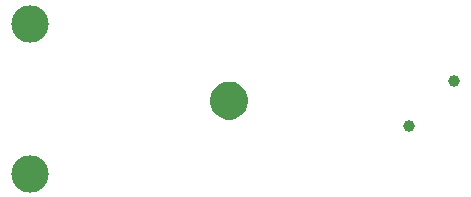
<source format=gbr>
%TF.GenerationSoftware,Altium Limited,Altium Designer,20.0.11 (256)*%
G04 Layer_Color=0*
%FSLAX26Y26*%
%MOIN*%
%TF.FileFunction,NonPlated,1,2,NPTH,Drill*%
%TF.Part,Single*%
G01*
G75*
%TA.AperFunction,ComponentDrill*%
%ADD43C,0.039370*%
%ADD44C,0.125000*%
G36*
X712508Y418007D02*
Y411803D01*
X714929Y399633D01*
X719677Y388169D01*
X726571Y377852D01*
X735345Y369078D01*
X745662Y362184D01*
X757126Y357436D01*
X769296Y355015D01*
X775500D01*
X781704D01*
X793874Y357436D01*
X805338Y362184D01*
X815655Y369078D01*
X824429Y377852D01*
X831323Y388169D01*
X836071Y399633D01*
X838492Y411803D01*
Y418007D01*
Y424211D01*
X836071Y436381D01*
X831323Y447845D01*
X824429Y458162D01*
X815655Y466936D01*
X805338Y473830D01*
X793874Y478578D01*
X781704Y480999D01*
X775500D01*
X769296D01*
X757126Y478578D01*
X745662Y473830D01*
X735345Y466936D01*
X726571Y458162D01*
X719677Y447845D01*
X714929Y436381D01*
X712508Y424211D01*
Y418007D01*
D01*
D02*
G37*
D43*
X1376264Y333719D02*
D03*
X1524807Y482323D02*
D03*
D44*
X112004Y175000D02*
D03*
Y675000D02*
D03*
%TF.MD5,04a91623935811c2ff2691a30a696ec8*%
M02*

</source>
